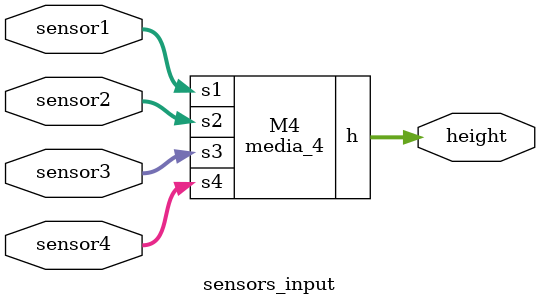
<source format=v>
`timescale 1ns / 1ps
module media_2(
	output reg [7:0] h_medie,
	output reg h_rest,
	input [7:0] sens1,
	input [7:0] sens2);
	
	reg [8:0] sum;
		
	always @(*) begin
		if (sens1 == 0 || sens2 == 0) begin
			sum = 0;			// conditia daca un senzor este = 0 
			h_medie = 0;
			h_rest = 0;
		end else begin
			sum = sens1 + sens2;
			h_medie = sum/2;   
		
			if (sum[0] == 1)    //daca ultimul bit este 1 este numar impar
				h_rest = 1;  	  //=> are rest
			else 
				h_rest = 0;
		end
			
	end
endmodule


module media_4(
	output reg [7 : 0] h,
   input    [7 : 0]   s1,
   input    [7 : 0]   s2,
   input    [7 : 0]   s3,
   input    [7 : 0]   s4);
	
	wire [7 : 0]   h1;
	wire [7 : 0]   h2;
	wire [8 : 0]   sum;
	
	media_2 M1 (h1, h1_rest, s1, s3); 
	media_2 M2 (h2, h2_rest, s2, s4);
	
	assign sum = h1 + h2;
	
	always @(*) begin
		if (h1 != 0 && h2 != 0) begin 				 
			if (h1_rest == 1 && h2_rest == 1) begin //daca ambele medii au rest => 0.5 + 0.5 = 1
				h = sum/2 + 1;						 		 //1/2 = 0.5 => se aduna 1 pentru aproximare
			end else if (h1_rest == 0 && h2_rest == 0) begin
				if (sum[0] == 1)							 //se verifica daca suma celor 2 medii este impara
					h = sum/2 + 1;							 //daca da aproximam 0.5 (restul impartirii) -> 1
				else h = sum/2;
			end else if (h1_rest == 1 || h2_rest == 1) begin
				if (sum[0] == 1)							
					h = sum/2 + 1;
				else h = sum/2;				//daca avem doar un rest 0.25 -> 0
			end
		end else if (h1 == 0) begin  
			if (h2_rest == 0) begin
				h = h2;					 		
			end else begin
				h = h2 + 1;				 		//daca exista rest => adunam un 1 pentru a aproxima 0.5 de la rest
			end
		end else begin 
			if (h1_rest == 0) begin
				h = h1;
			end else begin 
				h = h1 + 1;
			end
		end
	end
endmodule	
	

module sensors_input(
   output   [7 : 0]   height,
   input    [7 : 0]   sensor1,
   input    [7 : 0]   sensor2,
   input    [7 : 0]   sensor3,
   input    [7 : 0]   sensor4);
	
	media_4 M4(height, sensor1, sensor2, sensor3, sensor4);

endmodule

</source>
